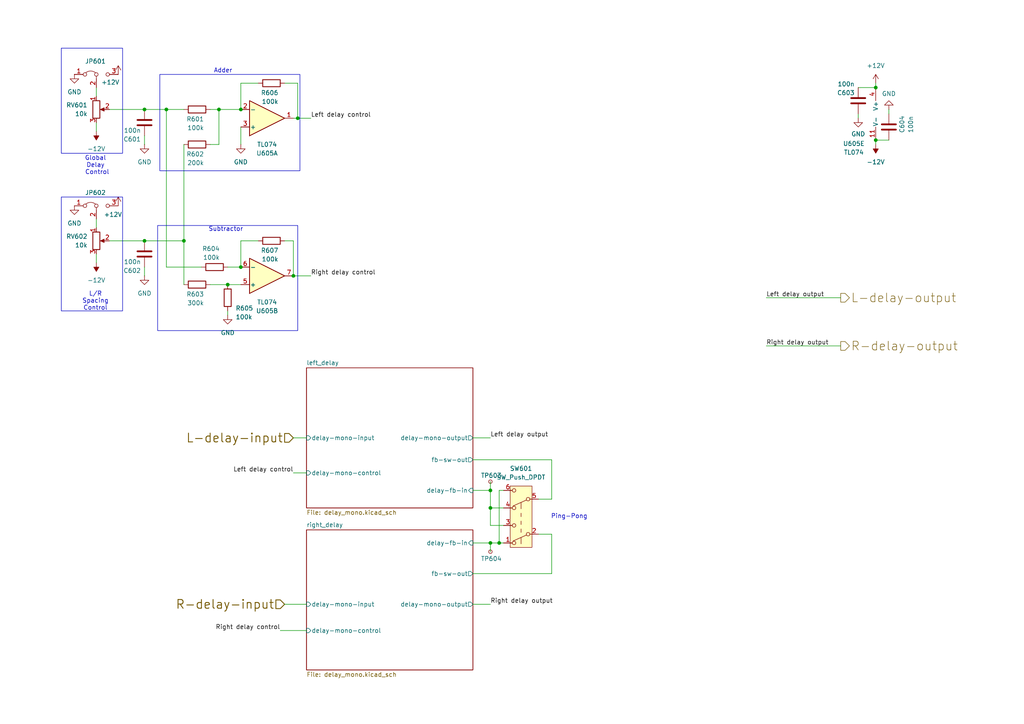
<source format=kicad_sch>
(kicad_sch (version 20250114) (generator "eeschema") (generator_version "9.0")
  (paper "A4")
  (lib_symbols
    (symbol "Amplifier_Operational:TL074" (pin_names (offset 0.127))
      (property "Reference" "U" (at 0 5.08 0))
      (property "Value" "TL074" (at 0 -5.08 0))
      (symbol "TL074_1_1"
        (polyline (pts (xy -5.08 5.08) (xy 5.08 0) (xy -5.08 -5.08) (xy -5.08 5.08)) (stroke (width 0.254)) (fill (type background)))
        (pin input line (at -7.62 2.54 0) (length 2.54) (name "+") (number "3"))
        (pin input line (at -7.62 -2.54 0) (length 2.54) (name "-") (number "2"))
        (pin output line (at 7.62 0 180) (length 2.54) (name "~") (number "1"))
      )
      (symbol "TL074_2_1"
        (polyline (pts (xy -5.08 5.08) (xy 5.08 0) (xy -5.08 -5.08) (xy -5.08 5.08)) (stroke (width 0.254)) (fill (type background)))
        (pin input line (at -7.62 2.54 0) (length 2.54) (name "+") (number "5"))
        (pin input line (at -7.62 -2.54 0) (length 2.54) (name "-") (number "6"))
        (pin output line (at 7.62 0 180) (length 2.54) (name "~") (number "7"))
      )
      (symbol "TL074_3_1"
        (polyline (pts (xy -5.08 5.08) (xy 5.08 0) (xy -5.08 -5.08) (xy -5.08 5.08)) (stroke (width 0.254)) (fill (type background)))
        (pin input line (at -7.62 2.54 0) (length 2.54) (name "+") (number "10"))
        (pin input line (at -7.62 -2.54 0) (length 2.54) (name "-") (number "9"))
        (pin output line (at 7.62 0 180) (length 2.54) (name "~") (number "8"))
      )
      (symbol "TL074_4_1"
        (polyline (pts (xy -5.08 5.08) (xy 5.08 0) (xy -5.08 -5.08) (xy -5.08 5.08)) (stroke (width 0.254)) (fill (type background)))
        (pin input line (at -7.62 2.54 0) (length 2.54) (name "+") (number "12"))
        (pin input line (at -7.62 -2.54 0) (length 2.54) (name "-") (number "13"))
        (pin output line (at 7.62 0 180) (length 2.54) (name "~") (number "14"))
      )
      (symbol "TL074_5_1"
        (pin power_in line (at -2.54 7.62 270) (length 3.81) (name "V+") (number "4"))
        (pin power_in line (at -2.54 -7.62 90) (length 3.81) (name "V-") (number "11"))
      )
    )
    (symbol "Connector:TestPoint_Small" (pin_numbers (hide yes)) (pin_names (offset 0.762) (hide yes))
      (property "Reference" "TP" (at 0 3.81 0))
      (property "Value" "TestPoint_Small" (at 0 2.032 0))
      (symbol "TestPoint_Small_0_1"
        (circle (center 0 0) (radius 0.508))
      )
      (symbol "TestPoint_Small_1_1"
        (pin passive line (at 0 0 90) (length 0) (name "1") (number "1"))
      )
    )
    (symbol "Device:C" (pin_numbers (hide yes)) (pin_names (offset 0.254))
      (property "Reference" "C" (at 0.635 2.54 0))
      (property "Value" "C" (at 0.635 -2.54 0))
      (symbol "C_0_1"
        (polyline (pts (xy -2.032 0.762) (xy 2.032 0.762)) (stroke (width 0.508)))
        (polyline (pts (xy -2.032 -0.762) (xy 2.032 -0.762)) (stroke (width 0.508)))
      )
      (symbol "C_1_1"
        (pin passive line (at 0 3.81 270) (length 2.794) (name "~") (number "1"))
        (pin passive line (at 0 -3.81 90) (length 2.794) (name "~") (number "2"))
      )
    )
    (symbol "Device:R" (pin_numbers (hide yes)) (pin_names (offset 0))
      (property "Reference" "R" (at 2.032 0 90))
      (property "Value" "R" (at 0 0 90))
      (symbol "R_0_1"
        (rectangle (start -1.016 -2.54) (end 1.016 2.54) (stroke (width 0.254)))
      )
      (symbol "R_1_1"
        (pin passive line (at 0 3.81 270) (length 1.27) (name "~") (number "1"))
        (pin passive line (at 0 -3.81 90) (length 1.27) (name "~") (number "2"))
      )
    )
    (symbol "Device:R_Potentiometer" (pin_names (offset 1.016) (hide yes))
      (property "Reference" "RV" (at -4.445 0 90))
      (property "Value" "R_Potentiometer" (at -2.54 0 90))
      (symbol "R_Potentiometer_0_1"
        (rectangle (start 1.016 2.54) (end -1.016 -2.54) (stroke (width 0.254)))
        (polyline (pts (xy 1.143 0) (xy 2.286 0.508) (xy 2.286 -0.508) (xy 1.143 0)) (fill (type outline)))
        (polyline (pts (xy 2.54 0) (xy 1.524 0)))
      )
      (symbol "R_Potentiometer_1_1"
        (pin passive line (at 0 3.81 270) (length 1.27) (name "1") (number "1"))
        (pin passive line (at 0 -3.81 90) (length 1.27) (name "3") (number "3"))
        (pin passive line (at 3.81 0 180) (length 1.27) (name "2") (number "2"))
      )
    )
    (symbol "Jumper:Jumper_3_Bridged12" (pin_names (offset 0) (hide yes)) (in_bom no)
      (property "Reference" "JP" (at -2.54 -2.54 0))
      (property "Value" "Jumper_3_Bridged12" (at 0 2.794 0))
      (symbol "Jumper_3_Bridged12_0_0"
        (circle (center -3.302 0) (radius 0.508))
        (circle (center 0 0) (radius 0.508))
        (circle (center 3.302 0) (radius 0.508))
      )
      (symbol "Jumper_3_Bridged12_0_1"
        (arc (start -3.048 0.508) (mid -1.651 0.9912) (end -0.254 0.508))
        (polyline (pts (xy 0 -1.27) (xy 0 -0.508)))
      )
      (symbol "Jumper_3_Bridged12_1_1"
        (pin passive line (at -6.35 0 0) (length 2.54) (name "A") (number "1"))
        (pin passive line (at 0 -3.81 90) (length 2.54) (name "C") (number "2"))
        (pin passive line (at 6.35 0 180) (length 2.54) (name "B") (number "3"))
      )
    )
    (symbol "Switch:SW_Push_DPDT" (pin_names (offset 0) (hide yes))
      (property "Reference" "SW" (at 0 10.16 0))
      (property "Value" "SW_Push_DPDT" (at 0 -10.16 0))
      (symbol "SW_Push_DPDT_0_0"
        (circle (center -2.032 5.08) (radius 0.508))
        (circle (center -2.032 -5.08) (radius 0.508))
        (circle (center 2.032 2.54) (radius 0.508))
        (circle (center 2.032 -7.62) (radius 0.508))
      )
      (symbol "SW_Push_DPDT_0_1"
        (polyline (pts (xy -1.524 5.334) (xy 2.3368 7.0612)))
        (polyline (pts (xy -1.524 -4.826) (xy 2.3368 -3.0988)))
        (polyline (pts (xy 0 7.874) (xy 0 6.096)))
        (polyline (pts (xy 0 3.556) (xy 0 4.572)))
        (polyline (pts (xy 0 1.27) (xy 0 2.286)))
        (polyline (pts (xy 0 -1.016) (xy 0 0)))
        (polyline (pts (xy 0 -2.286) (xy 0 -4.064)))
        (circle (center 2.032 7.62) (radius 0.508))
        (circle (center 2.032 -2.54) (radius 0.508))
      )
      (symbol "SW_Push_DPDT_1_1"
        (rectangle (start -3.175 8.89) (end 3.175 -8.89) (fill (type background)))
        (pin passive line (at -5.08 5.08 0) (length 2.54) (name "B") (number "2"))
        (pin passive line (at -5.08 -5.08 0) (length 2.54) (name "B") (number "5"))
        (pin passive line (at 5.08 7.62 180) (length 2.54) (name "A") (number "1"))
        (pin passive line (at 5.08 2.54 180) (length 2.54) (name "C") (number "3"))
        (pin passive line (at 5.08 -2.54 180) (length 2.54) (name "A") (number "4"))
        (pin passive line (at 5.08 -7.62 180) (length 2.54) (name "C") (number "6"))
      )
    )
    (symbol "power:+12V" (power) (pin_numbers (hide yes)) (pin_names (offset 0) (hide yes))
      (property "Value" "+12V" (at 0 3.556 0))
      (symbol "+12V_0_1"
        (polyline (pts (xy -0.762 1.27) (xy 0 2.54)))
        (polyline (pts (xy 0 2.54) (xy 0.762 1.27)))
        (polyline (pts (xy 0 0) (xy 0 2.54)))
      )
      (symbol "+12V_1_1"
        (pin power_in line (at 0 0 90) (length 0) (name "~") (number "1"))
      )
    )
    (symbol "power:-12V" (power) (pin_numbers (hide yes)) (pin_names (offset 0) (hide yes))
      (property "Value" "-12V" (at 0 3.556 0))
      (symbol "-12V_0_0"
        (pin power_in line (at 0 0 90) (length 0) (name "~") (number "1"))
      )
      (symbol "-12V_0_1"
        (polyline (pts (xy 0 0) (xy 0 1.27) (xy 0.762 1.27) (xy 0 2.54) (xy -0.762 1.27) (xy 0 1.27)) (fill (type outline)))
      )
    )
    (symbol "power:GND" (power) (pin_numbers (hide yes)) (pin_names (offset 0) (hide yes))
      (property "Value" "GND" (at 0 -3.81 0))
      (symbol "GND_0_1"
        (polyline (pts (xy 0 0) (xy 0 -1.27) (xy 1.27 -1.27) (xy 0 -2.54) (xy -1.27 -1.27) (xy 0 -1.27)))
      )
      (symbol "GND_1_1"
        (pin power_in line (at 0 0 270) (length 0) (name "~") (number "1"))
      )
    )
  )
  (rectangle (start 17.78 13.97) (end 35.56 44.45))
  (rectangle (start 17.78 57.15) (end 35.56 90.17))
  (rectangle (start 45.72 65.405) (end 86.36 95.885))
  (rectangle (start 46.355 21.59) (end 86.995 49.53))
  (text "Adder" (at 61.976 20.574 0) (effects (font (size 1.27 1.27)) (justify left)))
  (text "Subtractor" (at 60.452 66.548 0) (effects (font (size 1.27 1.27)) (justify left)))
  (text "L/R\nSpacing\nControl" (at 27.686 87.376 0) (effects (font (size 1.27 1.27))))
  (text "Global \nDelay \nControl" (at 28.194 48.006 0) (effects (font (size 1.27 1.27))))
  (text "Ping-Pong" (at 165.1 149.86 0) (effects (font (size 1.27 1.27))))
  (junction (at 142.24 157.48))
  (junction (at 144.78 157.48))
  (junction (at 63.5 31.75))
  (junction (at 66.04 82.55))
  (junction (at 142.24 142.24))
  (junction (at 142.24 147.32))
  (junction (at 53.34 69.85))
  (junction (at 41.91 31.75))
  (junction (at 69.85 77.47))
  (junction (at 254 25.4))
  (junction (at 41.91 69.85))
  (junction (at 48.26 31.75))
  (junction (at 254 40.64))
  (junction (at 86.36 34.29))
  (junction (at 85.09 80.01))
  (junction (at 69.85 31.75))
  (wire (pts (xy 82.55 24.13) (xy 86.36 24.13)))
  (wire (pts (xy 41.91 77.47) (xy 41.91 80.01)))
  (wire (pts (xy 86.36 34.29) (xy 85.09 34.29)))
  (wire (pts (xy 27.94 63.5) (xy 27.94 66.04)))
  (wire (pts (xy 142.24 157.48) (xy 144.78 157.48)))
  (wire (pts (xy 85.09 69.85) (xy 85.09 80.01)))
  (wire (pts (xy 146.05 142.24) (xy 144.78 142.24)))
  (wire (pts (xy 137.16 166.37) (xy 160.02 166.37)))
  (wire (pts (xy 41.91 69.85) (xy 53.34 69.85)))
  (wire (pts (xy 160.02 144.78) (xy 156.21 144.78)))
  (wire (pts (xy 146.05 152.4) (xy 142.24 152.4)))
  (wire (pts (xy 69.85 69.85) (xy 74.93 69.85)))
  (wire (pts (xy 66.04 77.47) (xy 69.85 77.47)))
  (wire (pts (xy 69.85 77.47) (xy 69.85 69.85)))
  (wire (pts (xy 66.04 82.55) (xy 69.85 82.55)))
  (wire (pts (xy 144.78 142.24) (xy 144.78 157.48)))
  (wire (pts (xy 63.5 41.91) (xy 63.5 31.75)))
  (wire (pts (xy 85.09 137.16) (xy 88.9 137.16)))
  (wire (pts (xy 85.09 127) (xy 88.9 127)))
  (wire (pts (xy 69.85 36.83) (xy 69.85 41.91)))
  (wire (pts (xy 142.24 147.32) (xy 142.24 152.4)))
  (wire (pts (xy 82.55 69.85) (xy 85.09 69.85)))
  (wire (pts (xy 31.75 31.75) (xy 41.91 31.75)))
  (wire (pts (xy 222.25 100.33) (xy 243.84 100.33)))
  (wire (pts (xy 142.24 139.7) (xy 142.24 142.24)))
  (wire (pts (xy 41.91 31.75) (xy 48.26 31.75)))
  (wire (pts (xy 82.55 175.26) (xy 88.9 175.26)))
  (wire (pts (xy 160.02 133.35) (xy 160.02 144.78)))
  (wire (pts (xy 137.16 175.26) (xy 142.24 175.26)))
  (wire (pts (xy 27.94 73.66) (xy 27.94 76.2)))
  (wire (pts (xy 48.26 77.47) (xy 58.42 77.47)))
  (wire (pts (xy 142.24 142.24) (xy 142.24 147.32)))
  (wire (pts (xy 66.04 91.44) (xy 66.04 90.17)))
  (wire (pts (xy 248.92 25.4) (xy 254 25.4)))
  (wire (pts (xy 257.81 31.75) (xy 257.81 33.02)))
  (wire (pts (xy 48.26 31.75) (xy 53.34 31.75)))
  (wire (pts (xy 81.28 182.88) (xy 88.9 182.88)))
  (wire (pts (xy 254 40.64) (xy 257.81 40.64)))
  (wire (pts (xy 144.78 157.48) (xy 146.05 157.48)))
  (wire (pts (xy 53.34 69.85) (xy 53.34 41.91)))
  (wire (pts (xy 160.02 154.94) (xy 156.21 154.94)))
  (wire (pts (xy 142.24 160.02) (xy 142.24 157.48)))
  (wire (pts (xy 27.94 25.4) (xy 27.94 27.94)))
  (wire (pts (xy 60.96 41.91) (xy 63.5 41.91)))
  (wire (pts (xy 69.85 24.13) (xy 69.85 31.75)))
  (wire (pts (xy 254 41.91) (xy 254 40.64)))
  (wire (pts (xy 60.96 82.55) (xy 66.04 82.55)))
  (wire (pts (xy 137.16 133.35) (xy 160.02 133.35)))
  (wire (pts (xy 137.16 157.48) (xy 142.24 157.48)))
  (wire (pts (xy 86.36 24.13) (xy 86.36 34.29)))
  (wire (pts (xy 142.24 147.32) (xy 146.05 147.32)))
  (wire (pts (xy 85.09 80.01) (xy 90.17 80.01)))
  (wire (pts (xy 160.02 166.37) (xy 160.02 154.94)))
  (wire (pts (xy 63.5 31.75) (xy 69.85 31.75)))
  (wire (pts (xy 74.93 24.13) (xy 69.85 24.13)))
  (wire (pts (xy 248.92 33.02) (xy 248.92 34.29)))
  (wire (pts (xy 31.75 69.85) (xy 41.91 69.85)))
  (wire (pts (xy 60.96 31.75) (xy 63.5 31.75)))
  (wire (pts (xy 27.94 35.56) (xy 27.94 38.1)))
  (wire (pts (xy 254 24.13) (xy 254 25.4)))
  (wire (pts (xy 41.91 39.37) (xy 41.91 41.91)))
  (wire (pts (xy 48.26 31.75) (xy 48.26 77.47)))
  (wire (pts (xy 222.25 86.36) (xy 243.84 86.36)))
  (wire (pts (xy 86.36 34.29) (xy 90.17 34.29)))
  (wire (pts (xy 53.34 69.85) (xy 53.34 82.55)))
  (wire (pts (xy 137.16 127) (xy 142.24 127)))
  (wire (pts (xy 137.16 142.24) (xy 142.24 142.24)))
  (label "Right delay control" (at 90.17 80.01 0))
  (label "Right delay output" (at 222.25 100.33 0))
  (label "Left delay output" (at 222.25 86.36 0))
  (label "Right delay output" (at 142.24 175.26 0))
  (label "Left delay control" (at 85.09 137.16 180))
  (label "Left delay output" (at 142.24 127 0))
  (label "Left delay control" (at 90.17 34.29 0))
  (label "Right delay control" (at 81.28 182.88 180))
  (hierarchical_label "R-delay-input" (shape input) (at 82.55 175.26 180) (effects (font (size 2.54 2.54) (thickness 0.254) (bold yes))))
  (hierarchical_label "R-delay-output" (shape output) (at 243.84 100.33 0) (effects (font (size 2.54 2.54))))
  (hierarchical_label "L-delay-input" (shape input) (at 85.09 127 180) (effects (font (size 2.54 2.54) (thickness 0.254) (bold yes))))
  (hierarchical_label "L-delay-output" (shape output) (at 243.84 86.36 0) (effects (font (size 2.54 2.54))))
  (symbol (lib_id "Device:R") (at 78.74 24.13 270) (mirror x) (unit 1)
    (property "Reference" "R606" (at 80.772 26.924 90) (effects (justify right)))
    (property "Value" "100k" (at 80.772 29.464 90) (effects (justify right)))
    (property "Footprint" "Resistor_SMD:R_0805_2012Metric" (effects (hide yes)))
    (property "Description" "Resistor" (effects (hide yes)))
  )
  (symbol (lib_id "power:+12V") (at 34.29 59.69 0) (unit 1)
    (property "Reference" "#PWR0606" (effects (hide yes)))
    (property "Value" "+12V" (at 32.766 62.23 0))
    (property "Description" "Power symbol creates a global label with name \"+12V\"" (effects (hide yes)))
  )
  (symbol (lib_id "Amplifier_Operational:TL074") (at 256.54 33.02 0) (unit 5)
    (property "Reference" "U605" (at 247.65 41.656 0))
    (property "Value" "TL074" (at 247.65 44.196 0))
    (property "Footprint" "Package_SO:SOIC-14_3.9x8.7mm_P1.27mm" (effects (hide yes)))
    (property "Datasheet" "http://www.ti.com/lit/ds/symlink/tl071.pdf" (effects (hide yes)))
    (property "Description" "Quad Low-Noise JFET-Input Operational Amplifiers, DIP-14/SOIC-14" (effects (hide yes)))
  )
  (symbol (lib_id "power:GND") (at 248.92 34.29 0) (unit 1)
    (property "Reference" "#PWR0611" (effects (hide yes)))
    (property "Value" "GND" (at 248.92 38.862 0))
    (property "Description" "Power symbol creates a global label with name \"GND\" , ground" (effects (hide yes)))
  )
  (symbol (lib_id "power:+12V") (at 34.29 21.59 0) (unit 1)
    (property "Reference" "#PWR0605" (effects (hide yes)))
    (property "Value" "+12V" (at 32.004 23.876 0))
    (property "Description" "Power symbol creates a global label with name \"+12V\"" (effects (hide yes)))
  )
  (symbol (lib_id "power:GND") (at 69.85 41.91 0) (unit 1)
    (property "Reference" "#PWR0610" (effects (hide yes)))
    (property "Value" "GND" (at 69.85 46.99 0))
    (property "Description" "Power symbol creates a global label with name \"GND\" , ground" (effects (hide yes)))
  )
  (symbol (lib_id "power:GND") (at 257.81 31.75 180) (unit 1)
    (property "Reference" "#PWR0614" (effects (hide yes)))
    (property "Value" "GND" (at 257.81 27.178 0))
    (property "Description" "Power symbol creates a global label with name \"GND\" , ground" (effects (hide yes)))
  )
  (symbol (lib_id "Device:R") (at 78.74 69.85 270) (mirror x) (unit 1)
    (property "Reference" "R607" (at 80.772 72.644 90) (effects (justify right)))
    (property "Value" "100k" (at 80.772 75.184 90) (effects (justify right)))
    (property "Footprint" "Resistor_SMD:R_0805_2012Metric" (effects (hide yes)))
    (property "Description" "Resistor" (effects (hide yes)))
  )
  (symbol (lib_id "power:-12V") (at 27.94 76.2 0) (mirror x) (unit 1)
    (property "Reference" "#PWR0604" (effects (hide yes)))
    (property "Value" "-12V" (at 27.94 81.28 0))
    (property "Description" "Power symbol creates a global label with name \"-12V\"" (effects (hide yes)))
  )
  (symbol (lib_id "Device:R") (at 66.04 86.36 0) (mirror y) (unit 1)
    (property "Reference" "R605" (at 68.326 89.408 0) (effects (justify right)))
    (property "Value" "100k" (at 68.326 91.948 0) (effects (justify right)))
    (property "Footprint" "Resistor_SMD:R_0805_2012Metric" (effects (hide yes)))
    (property "Description" "Resistor" (effects (hide yes)))
  )
  (symbol (lib_id "Device:C") (at 257.81 36.83 180) (unit 1)
    (property "Reference" "C604" (at 261.62 38.608 90) (effects (justify right)))
    (property "Value" "100n" (at 264.16 38.608 90) (effects (justify right)))
    (property "Footprint" "Capacitor_SMD:C_0805_2012Metric_Pad1.18x1.45mm_HandSolder" (effects (hide yes)))
    (property "Description" "Unpolarized capacitor" (effects (hide yes)))
  )
  (symbol (lib_id "Switch:SW_Push_DPDT") (at 151.13 149.86 180) (unit 1)
    (property "Reference" "SW601" (at 151.13 135.89 0))
    (property "Value" "SW_Push_DPDT" (at 151.13 138.43 0))
    (property "Footprint" "custom_footprints:SW_DPDT_Toggle_2.54mm" (effects (hide yes)))
    (property "Datasheet" "https://app.adam-tech.com/products/download/data_sheet/203450/sw-t3-4b-a-a3-s2-data-sheet.pdf" (effects (hide yes)))
    (property "Description" "Momentary Switch, dual pole double throw" (effects (hide yes)))
  )
  (symbol (lib_id "Device:R_Potentiometer") (at 27.94 31.75 0) (unit 1)
    (property "Reference" "RV601" (at 25.4 30.4799 0) (effects (justify right)))
    (property "Value" "10k" (at 25.4 33.0199 0) (effects (justify right)))
    (property "Footprint" "Potentiometer_THT:Potentiometer_Alpha_RD901F-40-00D_Single_Vertical" (effects (hide yes)))
    (property "Description" "Potentiometer" (effects (hide yes)))
  )
  (symbol (lib_id "Device:R") (at 57.15 31.75 270) (mirror x) (unit 1)
    (property "Reference" "R601" (at 59.182 34.544 90) (effects (justify right)))
    (property "Value" "100k" (at 59.182 37.084 90) (effects (justify right)))
    (property "Footprint" "Resistor_SMD:R_0805_2012Metric" (effects (hide yes)))
    (property "Description" "Resistor" (effects (hide yes)))
  )
  (symbol (lib_id "Device:R_Potentiometer") (at 27.94 69.85 0) (unit 1)
    (property "Reference" "RV602" (at 25.4 68.5799 0) (effects (justify right)))
    (property "Value" "10k" (at 25.4 71.1199 0) (effects (justify right)))
    (property "Footprint" "Potentiometer_THT:Potentiometer_Alpha_RD901F-40-00D_Single_Vertical" (effects (hide yes)))
    (property "Description" "Potentiometer" (effects (hide yes)))
  )
  (symbol (lib_id "Jumper:Jumper_3_Bridged12") (at 27.94 59.69 0) (unit 1) (in_bom no)
    (property "Reference" "JP602" (at 27.686 55.88 0))
    (property "Value" "Jumper_3_Bridged12" (effects (hide yes)))
    (property "Footprint" "Connector_PinSocket_2.54mm:PinSocket_1x03_P2.54mm_Vertical" (effects (hide yes)))
    (property "Description" "Jumper, 3-pole, pins 1+2 closed/bridged" (effects (hide yes)))
  )
  (symbol (lib_id "Amplifier_Operational:TL074") (at 77.47 80.01 0) (mirror x) (unit 2)
    (property "Reference" "U605" (at 77.47 90.17 0))
    (property "Value" "TL074" (at 77.47 87.63 0))
    (property "Footprint" "Package_SO:SOIC-14_3.9x8.7mm_P1.27mm" (effects (hide yes)))
    (property "Datasheet" "http://www.ti.com/lit/ds/symlink/tl071.pdf" (effects (hide yes)))
    (property "Description" "Quad Low-Noise JFET-Input Operational Amplifiers, DIP-14/SOIC-14" (effects (hide yes)))
  )
  (symbol (lib_id "power:-12V") (at 27.94 38.1 0) (mirror x) (unit 1)
    (property "Reference" "#PWR0603" (effects (hide yes)))
    (property "Value" "-12V" (at 27.94 43.18 0))
    (property "Description" "Power symbol creates a global label with name \"-12V\"" (effects (hide yes)))
  )
  (symbol (lib_id "Connector:TestPoint_Small") (at 142.24 160.02 90) (unit 1)
    (property "Reference" "TP604" (at 142.494 162.052 90))
    (property "Value" "R fb i/p" (effects (hide yes)))
    (property "Footprint" "TestPoint:TestPoint_Pad_D1.0mm" (effects (hide yes)))
    (property "Description" "test point" (effects (hide yes)))
  )
  (symbol (lib_id "Connector:TestPoint_Small") (at 142.24 139.7 90) (unit 1)
    (property "Reference" "TP603" (at 142.494 137.922 90))
    (property "Value" "L fb i/p" (effects (hide yes)))
    (property "Footprint" "TestPoint:TestPoint_Pad_D1.0mm" (effects (hide yes)))
    (property "Description" "test point" (effects (hide yes)))
  )
  (symbol (lib_id "Device:R") (at 57.15 82.55 270) (mirror x) (unit 1)
    (property "Reference" "R603" (at 59.182 85.344 90) (effects (justify right)))
    (property "Value" "300k" (at 59.182 87.884 90) (effects (justify right)))
    (property "Footprint" "Resistor_SMD:R_0805_2012Metric" (effects (hide yes)))
    (property "Description" "Resistor" (effects (hide yes)))
  )
  (symbol (lib_id "power:GND") (at 21.59 59.69 0) (unit 1)
    (property "Reference" "#PWR0602" (effects (hide yes)))
    (property "Value" "GND" (at 21.59 64.77 0))
    (property "Description" "Power symbol creates a global label with name \"GND\" , ground" (effects (hide yes)))
  )
  (symbol (lib_id "power:-12V") (at 254 41.91 0) (mirror x) (unit 1)
    (property "Reference" "#PWR0613" (effects (hide yes)))
    (property "Value" "-12V" (at 254 46.99 0))
    (property "Description" "Power symbol creates a global label with name \"-12V\"" (effects (hide yes)))
  )
  (symbol (lib_id "Amplifier_Operational:TL074") (at 77.47 34.29 0) (mirror x) (unit 1)
    (property "Reference" "U605" (at 77.47 44.45 0))
    (property "Value" "TL074" (at 77.47 41.91 0))
    (property "Footprint" "Package_SO:SOIC-14_3.9x8.7mm_P1.27mm" (effects (hide yes)))
    (property "Datasheet" "http://www.ti.com/lit/ds/symlink/tl071.pdf" (effects (hide yes)))
    (property "Description" "Quad Low-Noise JFET-Input Operational Amplifiers, DIP-14/SOIC-14" (effects (hide yes)))
  )
  (symbol (lib_id "power:GND") (at 41.91 80.01 0) (unit 1)
    (property "Reference" "#PWR0608" (effects (hide yes)))
    (property "Value" "GND" (at 41.91 85.09 0))
    (property "Description" "Power symbol creates a global label with name \"GND\" , ground" (effects (hide yes)))
  )
  (symbol (lib_id "power:GND") (at 66.04 91.44 0) (unit 1)
    (property "Reference" "#PWR0609" (effects (hide yes)))
    (property "Value" "GND" (at 66.04 96.52 0))
    (property "Description" "Power symbol creates a global label with name \"GND\" , ground" (effects (hide yes)))
  )
  (symbol (lib_id "power:GND") (at 21.59 21.59 0) (unit 1)
    (property "Reference" "#PWR0601" (effects (hide yes)))
    (property "Value" "GND" (at 21.59 26.67 0))
    (property "Description" "Power symbol creates a global label with name \"GND\" , ground" (effects (hide yes)))
  )
  (symbol (lib_id "power:GND") (at 41.91 41.91 0) (unit 1)
    (property "Reference" "#PWR0607" (effects (hide yes)))
    (property "Value" "GND" (at 41.91 46.99 0))
    (property "Description" "Power symbol creates a global label with name \"GND\" , ground" (effects (hide yes)))
  )
  (symbol (lib_id "Device:C") (at 248.92 29.21 180) (unit 1)
    (property "Reference" "C603" (at 247.904 26.924 0) (effects (justify left)))
    (property "Value" "100n" (at 247.904 24.384 0) (effects (justify left)))
    (property "Footprint" "Capacitor_SMD:C_0805_2012Metric_Pad1.18x1.45mm_HandSolder" (effects (hide yes)))
    (property "Description" "Unpolarized capacitor" (effects (hide yes)))
  )
  (symbol (lib_id "Device:R") (at 62.23 77.47 270) (mirror x) (unit 1)
    (property "Reference" "R604" (at 63.754 72.136 90) (effects (justify right)))
    (property "Value" "100k" (at 63.754 74.676 90) (effects (justify right)))
    (property "Footprint" "Resistor_SMD:R_0805_2012Metric" (effects (hide yes)))
    (property "Description" "Resistor" (effects (hide yes)))
  )
  (symbol (lib_id "Device:C") (at 41.91 35.56 180) (unit 1)
    (property "Reference" "C601" (at 40.894 40.386 0) (effects (justify left)))
    (property "Value" "100n" (at 40.894 37.846 0) (effects (justify left)))
    (property "Footprint" "Capacitor_SMD:C_0805_2012Metric_Pad1.18x1.45mm_HandSolder" (effects (hide yes)))
    (property "Description" "Unpolarized capacitor" (effects (hide yes)))
  )
  (symbol (lib_id "Device:R") (at 57.15 41.91 270) (mirror x) (unit 1)
    (property "Reference" "R602" (at 59.182 44.704 90) (effects (justify right)))
    (property "Value" "200k" (at 59.182 47.244 90) (effects (justify right)))
    (property "Footprint" "Resistor_SMD:R_0805_2012Metric" (effects (hide yes)))
    (property "Description" "Resistor" (effects (hide yes)))
  )
  (symbol (lib_id "Device:C") (at 41.91 73.66 180) (unit 1)
    (property "Reference" "C602" (at 40.894 78.486 0) (effects (justify left)))
    (property "Value" "100n" (at 40.894 75.946 0) (effects (justify left)))
    (property "Footprint" "Capacitor_SMD:C_0805_2012Metric_Pad1.18x1.45mm_HandSolder" (effects (hide yes)))
    (property "Description" "Unpolarized capacitor" (effects (hide yes)))
  )
  (symbol (lib_id "power:+12V") (at 254 24.13 0) (unit 1)
    (property "Reference" "#PWR0612" (effects (hide yes)))
    (property "Value" "+12V" (at 254 19.05 0))
    (property "Description" "Power symbol creates a global label with name \"+12V\"" (effects (hide yes)))
  )
  (symbol (lib_id "Jumper:Jumper_3_Bridged12") (at 27.94 21.59 0) (unit 1) (in_bom no)
    (property "Reference" "JP601" (at 27.686 17.78 0))
    (property "Value" "Jumper_3_Bridged12" (effects (hide yes)))
    (property "Footprint" "Connector_PinSocket_2.54mm:PinSocket_1x03_P2.54mm_Vertical" (effects (hide yes)))
    (property "Description" "Jumper, 3-pole, pins 1+2 closed/bridged" (effects (hide yes)))
  )
  (sheet (at 88.9 153.67) (size 48.26 40.64) (stroke (width 0.1524))
    (property "Sheetname" "right_delay" (at 88.9 152.9584 0) (effects (justify left bottom)))
    (property "Sheetfile" "delay_mono.kicad_sch" (at 88.9 194.8946 0) (effects (justify left top)))
    (pin "delay-mono-output" output (at 137.16 175.26 0))
    (pin "delay-mono-input" input (at 88.9 175.26 180))
    (pin "delay-mono-control" input (at 88.9 182.88 180))
    (pin "fb-sw-out" output (at 137.16 166.37 0))
    (pin "delay-fb-in" input (at 137.16 157.48 0))
  )
  (sheet (at 88.9 106.68) (size 48.26 40.64) (stroke (width 0.1524))
    (property "Sheetname" "left_delay" (at 88.9 105.9684 0) (effects (justify left bottom)))
    (property "Sheetfile" "delay_mono.kicad_sch" (at 88.9 147.9046 0) (effects (justify left top)))
    (pin "delay-mono-output" output (at 137.16 127 0))
    (pin "delay-mono-input" input (at 88.9 127 180))
    (pin "delay-mono-control" input (at 88.9 137.16 180))
    (pin "fb-sw-out" output (at 137.16 133.35 0))
    (pin "delay-fb-in" input (at 137.16 142.24 0))
  )
)
</source>
